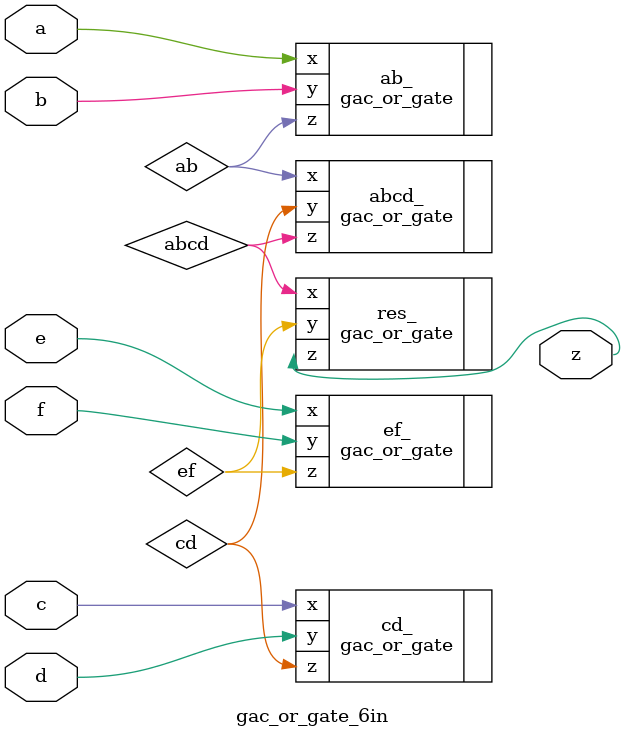
<source format=v>
`timescale 1ns/10ps
module gac_or_gate_6in(a, b, c, d, e, f, z);

    input a, b, c, d, e, f;
    output wire z;

    wire ab;
    wire cd;
    wire ef;
    wire abcd;

    gac_or_gate ab_(.x(a), .y(b), .z(ab));
    gac_or_gate cd_(.x(c), .y(d), .z(cd));
    gac_or_gate ef_(.x(e), .y(f), .z(ef));
    gac_or_gate abcd_(.x(ab), .y(cd), .z(abcd));
    gac_or_gate res_(.x(abcd), .y(ef), .z(z));

endmodule
</source>
